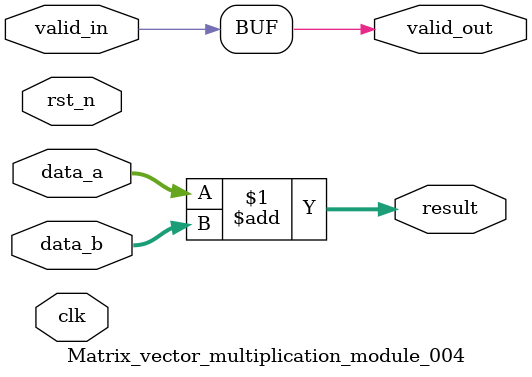
<source format=v>

module Matrix_vector_multiplication_module_004 (
    input clk,
    input rst_n,
    input valid_in,
    output valid_out,
    // Add specific ports based on operator type
    input [31:0] data_a,
    input [31:0] data_b,
    output [31:0] result
);

    // Module implementation would go here
    // This is a template - actual implementation depends on the operator
    
        // Matrix multiplication placeholder
    // Actual implementation would require systolic array or similar
    assign result = data_a + data_b; // Simplified
    assign valid_out = valid_in;

endmodule

</source>
